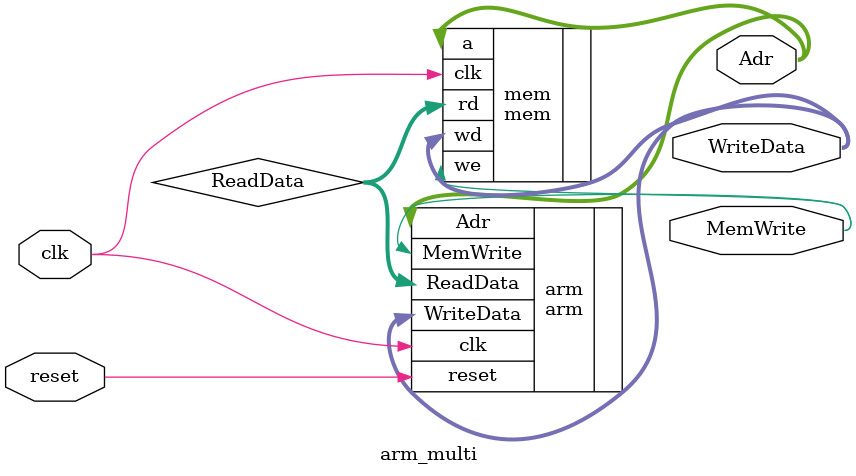
<source format=v>

`include "arm.v"
`include "mem.v"

module arm_multi (
	clk,
	reset,
	WriteData,
	Adr,
	MemWrite
);
	input wire clk;
	input wire reset;
	output wire [31:0] WriteData;
	output wire [31:0] Adr;
	output wire MemWrite;
	wire [31:0] PC;
	wire [31:0] Instr;
	wire [31:0] ReadData;
	// instantiate processor and shared memory
	arm arm(
		.clk(clk),
		.reset(reset),
		.MemWrite(MemWrite),
		.Adr(Adr),
		.WriteData(WriteData),
		.ReadData(ReadData)
	);
	mem mem(
		.clk(clk),
		.we(MemWrite),
		.a(Adr),
		.wd(WriteData),
		.rd(ReadData)
	);
endmodule
</source>
